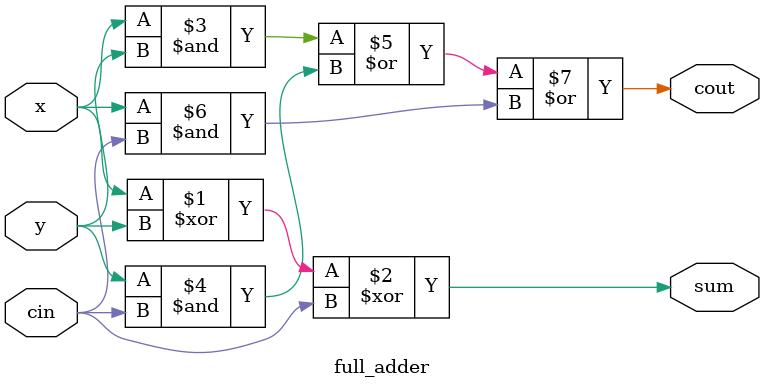
<source format=v>

module full_adder(x,y,cin,sum,cout);
  input x,y,cin;
  output sum,cout;
  assign sum = x^y^cin;
  assign cout = ((x&y)|(y&cin)|(x&cin));
endmodule
</source>
